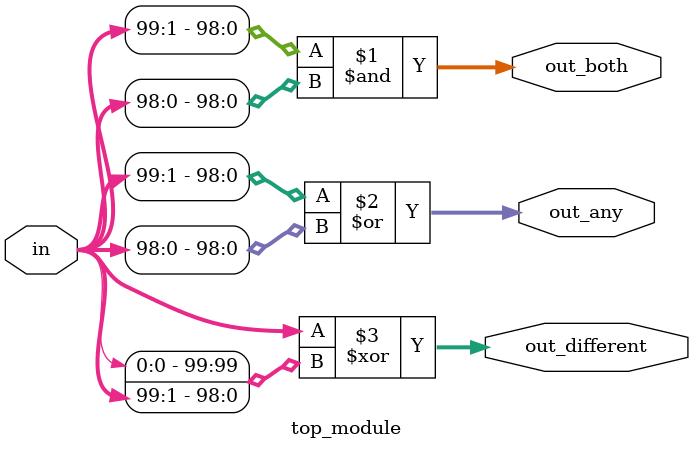
<source format=v>
module top_module( 
    input [99:0] in,
    output [98:0] out_both,
    output [99:1] out_any,
    output [99:0] out_different );
    assign out_both=in[99:1]&in[98:0];
    assign out_any=in[99:1]|in[98:0];
    assign out_different=in[99:0]^{in[0],in[99:1]};

endmodule
</source>
